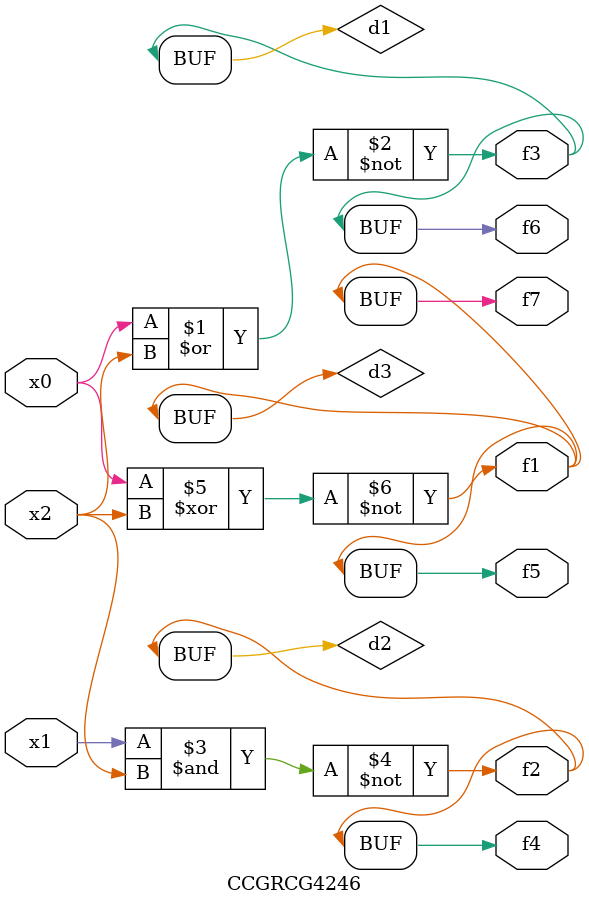
<source format=v>
module CCGRCG4246(
	input x0, x1, x2,
	output f1, f2, f3, f4, f5, f6, f7
);

	wire d1, d2, d3;

	nor (d1, x0, x2);
	nand (d2, x1, x2);
	xnor (d3, x0, x2);
	assign f1 = d3;
	assign f2 = d2;
	assign f3 = d1;
	assign f4 = d2;
	assign f5 = d3;
	assign f6 = d1;
	assign f7 = d3;
endmodule

</source>
